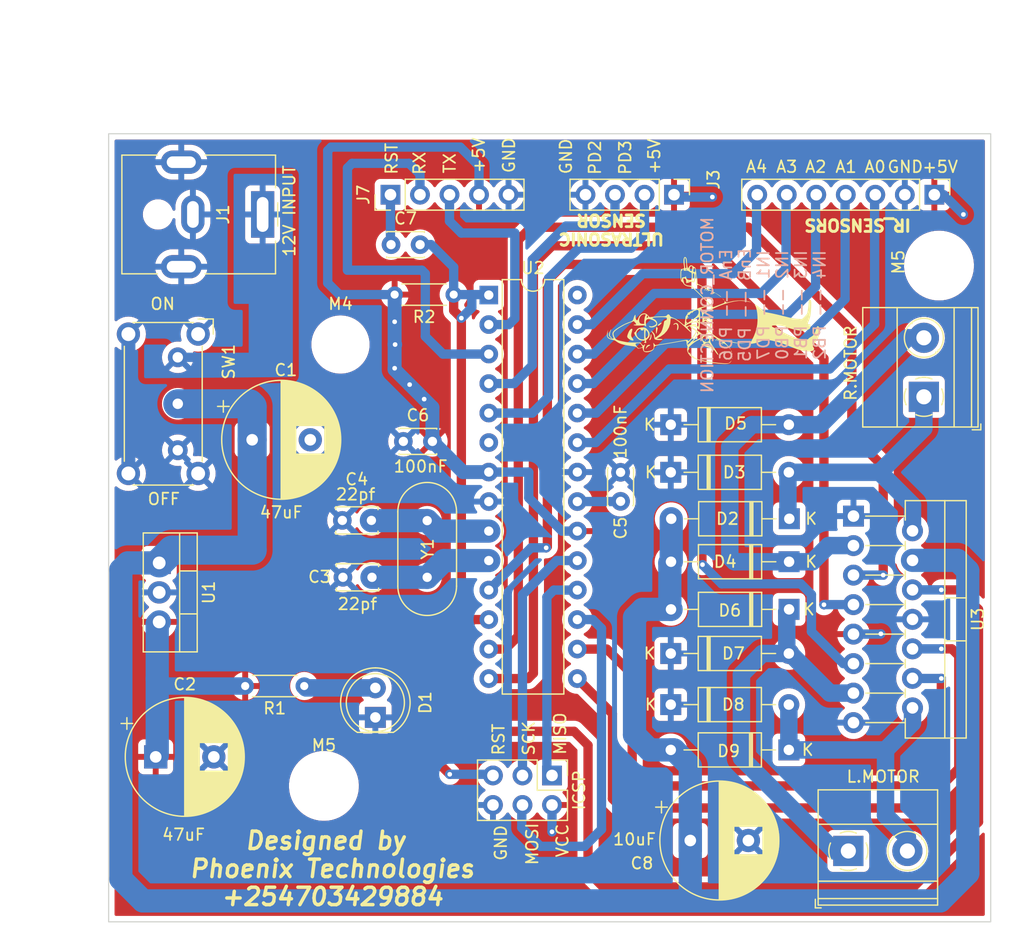
<source format=kicad_pcb>
(kicad_pcb (version 20221018) (generator pcbnew)
  (layers (0 "F.Cu" signal) (31 "B.Cu" signal) (34 "B.Paste" user) (35 "F.Paste" user) (36 "B.SilkS" user "B.Silkscreen") (37 "F.SilkS" user "F.Silkscreen") (38 "B.Mask" user) (39 "F.Mask" user) (44 "Edge.Cuts" user))
  (net 0 "")
  (net 1 "GND")
  (net 2 "+5V")
  (net 3 "PB7")
  (net 4 "PB6")
  (net 5 "Net-(C5-Pad2)")
  (net 6 "Net-(C7-Pad1)")
  (net 7 "RESET")
  (net 8 "Net-(D1-Pad2)")
  (net 9 "A0")
  (net 10 "A1")
  (net 11 "A2")
  (net 12 "A3")
  (net 13 "A4")
  (net 14 "TRIG")
  (net 15 "ECHO")
  (net 16 "MISO")
  (net 17 "SCK")
  (net 18 "MOSI")
  (net 19 "RX")
  (net 20 "TX")
  (net 23 "+12V")
  (net 24 "Net-(D2-Pad1)")
  (net 25 "Net-(D4-Pad1)")
  (net 26 "Net-(D6-Pad1)")
  (net 27 "Net-(D8-Pad2)")
  (net 28 "EnB")
  (net 29 "EnA")
  (net 30 "IN1")
  (net 31 "IN2")
  (net 32 "IN3")
  (net 33 "IN4")
  (net 35 "12V")
  (footprint "Package_TO_SOT_THT:TO-220-15_P2.54x2.54mm_StaggerOdd_Lead4.58mm_Vertical" (layer "F.Cu") (at 173.14 94.57 -90)
    (fp_text reference "U3" (at 8.89 -10.7 90) (layer "F.SilkS"))
    (fp_text value "L298N")
    (pad "1" thru_hole rect (at 0 0 270) (size 1.8 1.8) (drill 1) (layers "*.Cu" "*.Mask") (net 1 "GND"))
    (pad "2" thru_hole oval (at 1.27 -5.08 270) (size 1.8 1.8) (drill 1) (layers "*.Cu" "*.Mask") (net 24 "Net-(D2-Pad1)"))
    (pad "3" thru_hole oval (at 2.54 0 270) (size 1.8 1.8) (drill 1) (layers "*.Cu" "*.Mask") (net 25 "Net-(D4-Pad1)"))
    (pad "4" thru_hole oval (at 3.81 -5.08 270) (size 1.8 1.8) (drill 1) (layers "*.Cu" "*.Mask") (net 23 "+12V"))
    (pad "5" thru_hole oval (at 5.08 0 270) (size 1.8 1.8) (drill 1) (layers "*.Cu" "*.Mask") (net 30 "IN1"))
    (pad "6" thru_hole oval (at 6.35 -5.08 270) (size 1.8 1.8) (drill 1) (layers "*.Cu" "*.Mask") (net 29 "EnA"))
    (pad "7" thru_hole oval (at 7.62 0 270) (size 1.8 1.8) (drill 1) (layers "*.Cu" "*.Mask") (net 31 "IN2"))
    (pad "8" thru_hole oval (at 8.89 -5.08 270) (size 1.8 1.8) (drill 1) (layers "*.Cu" "*.Mask") (net 1 "GND"))
    (pad "9" thru_hole oval (at 10.16 0 270) (size 1.8 1.8) (drill 1) (layers "*.Cu" "*.Mask") (net 2 "+5V"))
    (pad "10" thru_hole oval (at 11.43 -5.08 270) (size 1.8 1.8) (drill 1) (layers "*.Cu" "*.Mask") (net 32 "IN3"))
    (pad "11" thru_hole oval (at 12.7 0 270) (size 1.8 1.8) (drill 1) (layers "*.Cu" "*.Mask") (net 28 "EnB"))
    (pad "12" thru_hole oval (at 13.97 -5.08 270) (size 1.8 1.8) (drill 1) (layers "*.Cu" "*.Mask") (net 33 "IN4"))
    (pad "13" thru_hole oval (at 15.24 0 270) (size 1.8 1.8) (drill 1) (layers "*.Cu" "*.Mask") (net 26 "Net-(D6-Pad1)"))
    (pad "14" thru_hole oval (at 16.51 -5.08 270) (size 1.8 1.8) (drill 1) (layers "*.Cu" "*.Mask") (net 27 "Net-(D8-Pad2)"))
    (pad "15" thru_hole oval (at 17.78 0 270) (size 1.8 1.8) (drill 1) (layers "*.Cu" "*.Mask") (net 1 "GND"))
  )
  (footprint "MountingHole:MountingHole_2.5mm" (layer "F.Cu") (at 129 79.8)
    (fp_text reference "M4" (at 0 -3.5) (layer "F.SilkS"))
    (fp_text value "MountingHole_4mm")
    (pad "" np_thru_hole circle (at 0 0) (size 4 4) (drill 4) (layers "F&B.Cu" "*.Mask"))
  )
  (footprint "TerminalBlock_Phoenix:TerminalBlock_Phoenix_MKDS-1,5-2-5.08_1x02_P5.08mm_Horizontal" (layer "F.Cu") (at 179.2 84.3 90)
    (fp_text reference "R.MOTOR" (at 2.9 -6.3 90) (layer "F.SilkS"))
    (fp_text value "R.MOTOR")
    (pad "1" thru_hole rect (at 0 0 90) (size 2.6 2.6) (drill 1.3) (layers "*.Cu" "*.Mask") (net 24 "Net-(D2-Pad1)"))
    (pad "2" thru_hole circle (at 5.08 0 90) (size 2.6 2.6) (drill 1.3) (layers "*.Cu" "*.Mask") (net 25 "Net-(D4-Pad1)"))
  )
  (footprint "Capacitor_THT:CP_Radial_D10.0mm_P5.00mm" (layer "F.Cu") (at 121.4 88)
    (fp_text reference "C1" (at 2.9 -6) (layer "F.SilkS"))
    (fp_text value "47uF" (at 2.5 6.25) (layer "F.SilkS"))
    (pad "1" thru_hole rect (at 0 0) (size 2 2) (drill 1) (layers "*.Cu" "*.Mask") (net 23 "+12V"))
    (pad "2" thru_hole circle (at 5 0) (size 2 2) (drill 1) (layers "*.Cu" "*.Mask"))
  )
  (footprint "Diode_THT:D_A-405_P10.16mm_Horizontal" (layer "F.Cu") (at 167.6 98.5 180)
    (fp_text reference "D4" (at 5.5 0) (layer "F.SilkS"))
    (fp_text value "DIODE")
    (fp_text user "K" (at -1.9 0) (layer "F.SilkS"))
    (pad "1" thru_hole rect (at 0 0 180) (size 1.8 1.8) (drill 0.9) (layers "*.Cu" "*.Mask") (net 25 "Net-(D4-Pad1)"))
    (pad "2" thru_hole oval (at 10.16 0 180) (size 1.8 1.8) (drill 0.9) (layers "*.Cu" "*.Mask") (net 23 "+12V"))
  )
  (footprint "TerminalBlock_Phoenix:TerminalBlock_Phoenix_MKDS-1,5-2-5.08_1x02_P5.08mm_Horizontal" (layer "F.Cu") (at 172.7 123.4)
    (fp_text reference "L.MOTOR" (at 3 -6.4) (layer "F.SilkS"))
    (fp_text value "L.MOTOR")
    (pad "1" thru_hole rect (at 0 0) (size 2.6 2.6) (drill 1.3) (layers "*.Cu" "*.Mask") (net 26 "Net-(D6-Pad1)"))
    (pad "2" thru_hole circle (at 5.08 0) (size 2.6 2.6) (drill 1.3) (layers "*.Cu" "*.Mask") (net 27 "Net-(D8-Pad2)"))
  )
  (footprint "Capacitor_THT:C_Disc_D3.0mm_W2.0mm_P2.50mm" (layer "F.Cu") (at 134.41 88.14)
    (fp_text reference "C6" (at 1.25 -2.25) (layer "F.SilkS"))
    (fp_text value "100nF" (at 1.49 2.16) (layer "F.SilkS"))
    (pad "1" thru_hole circle (at 0 0) (size 1.6 1.6) (drill 0.8) (layers "*.Cu" "*.Mask") (net 1 "GND"))
    (pad "2" thru_hole circle (at 2.5 0) (size 1.6 1.6) (drill 0.8) (layers "*.Cu" "*.Mask") (net 2 "+5V"))
  )
  (footprint "LED_THT:LED_D5.0mm" (layer "F.Cu") (at 132 111.9 90)
    (fp_text reference "D1" (at 1.275 4.3 90) (layer "F.SilkS"))
    (fp_text value "LED")
    (pad "1" thru_hole rect (at 0 0 90) (size 1.8 1.8) (drill 0.9) (layers "*.Cu" "*.Mask") (net 1 "GND"))
    (pad "2" thru_hole circle (at 2.54 0 90) (size 1.8 1.8) (drill 0.9) (layers "*.Cu" "*.Mask") (net 8 "Net-(D1-Pad2)"))
  )
  (footprint "Diode_THT:D_A-405_P10.16mm_Horizontal" (layer "F.Cu") (at 157.42 110.8)
    (fp_text reference "D8" (at 5.38 0) (layer "F.SilkS"))
    (fp_text value "DIODE")
    (fp_text user "K" (at -1.72 0) (layer "F.SilkS"))
    (pad "1" thru_hole rect (at 0 0) (size 1.8 1.8) (drill 0.9) (layers "*.Cu" "*.Mask") (net 1 "GND"))
    (pad "2" thru_hole oval (at 10.16 0) (size 1.8 1.8) (drill 0.9) (layers "*.Cu" "*.Mask") (net 27 "Net-(D8-Pad2)"))
  )
  (footprint "Capacitor_THT:C_Disc_D3.0mm_W2.0mm_P2.50mm" (layer "F.Cu") (at 133.35 71.2)
    (fp_text reference "C7" (at 1.25 -2.25) (layer "F.SilkS"))
    (fp_text value "100nF")
    (pad "1" thru_hole circle (at 0 0) (size 1.6 1.6) (drill 0.8) (layers "*.Cu" "*.Mask") (net 6 "Net-(C7-Pad1)"))
    (pad "2" thru_hole circle (at 2.5 0) (size 1.6 1.6) (drill 0.8) (layers "*.Cu" "*.Mask") (net 7 "RESET"))
  )
  (footprint "Logo:cheech" (layer "F.Cu") (at 161.11 78.17 90)
    (fp_text reference "G" hide)
    (fp_text value "LOGO" hide)
  )
  (footprint "Connector_BarrelJack:BarrelJack_CUI_PJ-063AH_Horizontal" (layer "F.Cu") (at 122.3 68.6 -90)
    (fp_text reference "J1" (at 0 3.4 90) (layer "F.SilkS"))
    (fp_text value "Barrel_Jack_MountingPin")
    (pad "" np_thru_hole circle (at 0 9 270) (size 1.6 1.6) (drill 1.6) (layers "*.Cu" "*.Mask"))
    (pad "1" thru_hole rect (at 0 0 270) (size 4 2) (drill oval 3 1) (layers "*.Cu" "*.Mask") (net 35 "12V"))
    (pad "2" thru_hole oval (at 0 6 270) (size 3.3 2) (drill oval 2.3 1) (layers "*.Cu" "*.Mask") (net 1 "GND"))
    (pad "MP" thru_hole oval (at -4.5 7 270) (size 2 3.5) (drill oval 1 2.5) (layers "*.Cu" "*.Mask") (net 1 "GND"))
    (pad "MP" thru_hole oval (at 4.5 7 270) (size 2 3.5) (drill oval 1 2.5) (layers "*.Cu" "*.Mask") (net 1 "GND"))
  )
  (footprint "Connector_PinHeader_2.54mm:PinHeader_1x05_P2.54mm_Vertical" (layer "F.Cu") (at 133.3 66.9 90)
    (fp_text reference "J7" (at 0 -2.33 90) (layer "F.SilkS"))
    (fp_text value "Conn_01x05_Male")
    (pad "1" thru_hole rect (at 0 0 90) (size 1.7 1.7) (drill 1) (layers "*.Cu" "*.Mask") (net 6 "Net-(C7-Pad1)"))
    (pad "2" thru_hole oval (at 0 2.54 90) (size 1.7 1.7) (drill 1) (layers "*.Cu" "*.Mask") (net 19 "RX"))
    (pad "3" thru_hole oval (at 0 5.08 90) (size 1.7 1.7) (drill 1) (layers "*.Cu" "*.Mask") (net 20 "TX"))
    (pad "4" thru_hole oval (at 0 7.62 90) (size 1.7 1.7) (drill 1) (layers "*.Cu" "*.Mask") (net 2 "+5V"))
    (pad "5" thru_hole oval (at 0 10.16 90) (size 1.7 1.7) (drill 1) (layers "*.Cu" "*.Mask") (net 1 "GND"))
  )
  (footprint "MountingHole:MountingHole_2.5mm" (layer "F.Cu") (at 180.5 73)
    (fp_text reference "M5" (at -3.5 -0.3 90) (layer "F.SilkS"))
    (fp_text value "MountingHole_5mm")
    (pad "" np_thru_hole circle (at 0 0) (size 5 5) (drill 5) (layers "F&B.Cu" "*.Mask"))
  )
  (footprint "Capacitor_THT:C_Disc_D3.0mm_W2.0mm_P2.50mm" (layer "F.Cu") (at 153.1 90.8 -90)
    (fp_text reference "C5" (at 4.8 0 90) (layer "F.SilkS"))
    (fp_text value "100nF" (at -3.5 0 90) (layer "F.SilkS"))
    (pad "1" thru_hole circle (at 0 0 270) (size 1.6 1.6) (drill 0.8) (layers "*.Cu" "*.Mask") (net 1 "GND"))
    (pad "2" thru_hole circle (at 2.5 0 270) (size 1.6 1.6) (drill 0.8) (layers "*.Cu" "*.Mask") (net 5 "Net-(C5-Pad2)"))
  )
  (footprint "Diode_THT:D_A-405_P10.16mm_Horizontal" (layer "F.Cu") (at 167.62 94.8 180)
    (fp_text reference "D2" (at 5.32 0) (layer "F.SilkS"))
    (fp_text value "DIODE")
    (fp_text user "K" (at -1.88 0) (layer "F.SilkS"))
    (pad "1" thru_hole rect (at 0 0 180) (size 1.8 1.8) (drill 0.9) (layers "*.Cu" "*.Mask") (net 24 "Net-(D2-Pad1)"))
    (pad "2" thru_hole oval (at 10.16 0 180) (size 1.8 1.8) (drill 0.9) (layers "*.Cu" "*.Mask") (net 23 "+12V"))
  )
  (footprint "Package_DIP:DIP-28_W7.62mm" (layer "F.Cu") (at 141.76 75.54)
    (fp_text reference "U2" (at 3.81 -2.33) (layer "F.SilkS"))
    (fp_text value "ATmega328P-P")
    (pad "1" thru_hole rect (at 0 0) (size 1.6 1.6) (drill 0.8) (layers "*.Cu" "*.Mask") (net 7 "RESET"))
    (pad "2" thru_hole oval (at 0 2.54) (size 1.6 1.6) (drill 0.8) (layers "*.Cu" "*.Mask") (net 20 "TX"))
    (pad "3" thru_hole oval (at 0 5.08) (size 1.6 1.6) (drill 0.8) (layers "*.Cu" "*.Mask") (net 19 "RX"))
    (pad "4" thru_hole oval (at 0 7.62) (size 1.6 1.6) (drill 0.8) (layers "*.Cu" "*.Mask") (net 15 "ECHO"))
    (pad "5" thru_hole oval (at 0 10.16) (size 1.6 1.6) (drill 0.8) (layers "*.Cu" "*.Mask") (net 14 "TRIG"))
    (pad "6" thru_hole oval (at 0 12.7) (size 1.6 1.6) (drill 0.8) (layers "*.Cu" "*.Mask"))
    (pad "7" thru_hole oval (at 0 15.24) (size 1.6 1.6) (drill 0.8) (layers "*.Cu" "*.Mask") (net 2 "+5V"))
    (pad "8" thru_hole oval (at 0 17.78) (size 1.6 1.6) (drill 0.8) (layers "*.Cu" "*.Mask") (net 1 "GND"))
    (pad "9" thru_hole oval (at 0 20.32) (size 1.6 1.6) (drill 0.8) (layers "*.Cu" "*.Mask") (net 4 "PB6"))
    (pad "10" thru_hole oval (at 0 22.86) (size 1.6 1.6) (drill 0.8) (layers "*.Cu" "*.Mask") (net 3 "PB7"))
    (pad "11" thru_hole oval (at 0 25.4) (size 1.6 1.6) (drill 0.8) (layers "*.Cu" "*.Mask") (net 28 "EnB"))
    (pad "12" thru_hole oval (at 0 27.94) (size 1.6 1.6) (drill 0.8) (layers "*.Cu" "*.Mask") (net 29 "EnA"))
    (pad "13" thru_hole oval (at 0 30.48) (size 1.6 1.6) (drill 0.8) (layers "*.Cu" "*.Mask") (net 30 "IN1"))
    (pad "14" thru_hole oval (at 0 33.02) (size 1.6 1.6) (drill 0.8) (layers "*.Cu" "*.Mask") (net 31 "IN2"))
    (pad "15" thru_hole oval (at 7.62 33.02) (size 1.6 1.6) (drill 0.8) (layers "*.Cu" "*.Mask") (net 32 "IN3"))
    (pad "16" thru_hole oval (at 7.62 30.48) (size 1.6 1.6) (drill 0.8) (layers "*.Cu" "*.Mask") (net 33 "IN4"))
    (pad "17" thru_hole oval (at 7.62 27.94) (size 1.6 1.6) (drill 0.8) (layers "*.Cu" "*.Mask") (net 18 "MOSI"))
    (pad "18" thru_hole oval (at 7.62 25.4) (size 1.6 1.6) (drill 0.8) (layers "*.Cu" "*.Mask") (net 16 "MISO"))
    (pad "19" thru_hole oval (at 7.62 22.86) (size 1.6 1.6) (drill 0.8) (layers "*.Cu" "*.Mask") (net 17 "SCK"))
    (pad "20" thru_hole oval (at 7.62 20.32) (size 1.6 1.6) (drill 0.8) (layers "*.Cu" "*.Mask") (net 2 "+5V"))
    (pad "21" thru_hole oval (at 7.62 17.78) (size 1.6 1.6) (drill 0.8) (layers "*.Cu" "*.Mask") (net 5 "Net-(C5-Pad2)"))
    (pad "22" thru_hole oval (at 7.62 15.24) (size 1.6 1.6) (drill 0.8) (layers "*.Cu" "*.Mask") (net 1 "GND"))
    (pad "23" thru_hole oval (at 7.62 12.7) (size 1.6 1.6) (drill 0.8) (layers "*.Cu" "*.Mask") (net 9 "A0"))
    (pad "24" thru_hole oval (at 7.62 10.16) (size 1.6 1.6) (drill 0.8) (layers "*.Cu" "*.Mask") (net 10 "A1"))
    (pad "25" thru_hole oval (at 7.62 7.62) (size 1.6 1.6) (drill 0.8) (layers "*.Cu" "*.Mask") (net 11 "A2"))
    (pad "26" thru_hole oval (at 7.62 5.08) (size 1.6 1.6) (drill 0.8) (layers "*.Cu" "*.Mask") (net 12 "A3"))
    (pad "27" thru_hole oval (at 7.62 2.54) (size 1.6 1.6) (drill 0.8) (layers "*.Cu" "*.Mask") (net 13 "A4"))
    (pad "28" thru_hole oval (at 7.62 0) (size 1.6 1.6) (drill 0.8) (layers "*.Cu" "*.Mask"))
  )
  (footprint "Diode_THT:D_A-405_P10.16mm_Horizontal" (layer "F.Cu") (at 167.58 114.7 180)
    (fp_text reference "D9" (at 5.18 -0.1) (layer "F.SilkS"))
    (fp_text value "DIODE")
    (fp_text user "K" (at -1.62 0) (layer "F.SilkS"))
    (pad "1" thru_hole rect (at 0 0 180) (size 1.8 1.8) (drill 0.9) (layers "*.Cu" "*.Mask") (net 27 "Net-(D8-Pad2)"))
    (pad "2" thru_hole oval (at 10.16 0 180) (size 1.8 1.8) (drill 0.9) (layers "*.Cu" "*.Mask") (net 23 "+12V"))
  )
  (footprint "Diode_THT:D_A-405_P10.16mm_Horizontal" (layer "F.Cu") (at 167.6 102.6 180)
    (fp_text reference "D6" (at 5.1 -0.1) (layer "F.SilkS"))
    (fp_text value "DIODE")
    (fp_text user "K" (at -1.7 0) (layer "F.SilkS"))
    (pad "1" thru_hole rect (at 0 0 180) (size 1.8 1.8) (drill 0.9) (layers "*.Cu" "*.Mask") (net 26 "Net-(D6-Pad1)"))
    (pad "2" thru_hole oval (at 10.16 0 180) (size 1.8 1.8) (drill 0.9) (layers "*.Cu" "*.Mask") (net 23 "+12V"))
  )
  (footprint "Diode_THT:D_A-405_P10.16mm_Horizontal" (layer "F.Cu") (at 157.42 90.8)
    (fp_text reference "D3" (at 5.46 0) (layer "F.SilkS"))
    (fp_text value "DIODE")
    (fp_text user "K" (at -1.72 0) (layer "F.SilkS"))
    (pad "1" thru_hole rect (at 0 0) (size 1.8 1.8) (drill 0.9) (layers "*.Cu" "*.Mask") (net 1 "GND"))
    (pad "2" thru_hole oval (at 10.16 0) (size 1.8 1.8) (drill 0.9) (layers "*.Cu" "*.Mask") (net 24 "Net-(D2-Pad1)"))
  )
  (footprint "Crystal:Crystal_HC49-4H_Vertical" (layer "F.Cu") (at 136.46 99.84 90)
    (fp_text reference "Y1" (at 2.44 0.04 90) (layer "F.SilkS"))
    (fp_text value "16MHZ")
    (pad "1" thru_hole circle (at 0 0 90) (size 1.5 1.5) (drill 0.8) (layers "*.Cu" "*.Mask") (net 3 "PB7"))
    (pad "2" thru_hole circle (at 4.88 0 90) (size 1.5 1.5) (drill 0.8) (layers "*.Cu" "*.Mask") (net 4 "PB6"))
  )
  (footprint "Capacitor_THT:CP_Radial_D10.0mm_P5.00mm" (layer "F.Cu") (at 113.1 115.3)
    (fp_text reference "C2" (at 2.5 -6.25) (layer "F.SilkS"))
    (fp_text value "47uF" (at 2.4 6.7) (layer "F.SilkS"))
    (pad "1" thru_hole rect (at 0 0) (size 2 2) (drill 1) (layers "*.Cu" "*.Mask") (net 2 "+5V"))
    (pad "2" thru_hole circle (at 5 0) (size 2 2) (drill 1) (layers "*.Cu" "*.Mask") (net 1 "GND"))
  )
  (footprint "Connector_PinHeader_2.54mm:PinHeader_1x07_P2.54mm_Vertical" (layer "F.Cu") (at 180.1 66.9 -90)
    (fp_text reference "Conn_01x07_Male")
    (fp_text value "Conn_01x07_Male")
    (pad "1" thru_hole rect (at 0 0 270) (size 1.7 1.7) (drill 1) (layers "*.Cu" "*.Mask") (net 2 "+5V"))
    (pad "2" thru_hole oval (at 0 2.54 270) (size 1.7 1.7) (drill 1) (layers "*.Cu" "*.Mask") (net 1 "GND"))
    (pad "3" thru_hole oval (at 0 5.08 270) (size 1.7 1.7) (drill 1) (layers "*.Cu" "*.Mask") (net 9 "A0"))
    (pad "4" thru_hole oval (at 0 7.62 270) (size 1.7 1.7) (drill 1) (layers "*.Cu" "*.Mask") (net 10 "A1"))
    (pad "5" thru_hole oval (at 0 10.16 270) (size 1.7 1.7) (drill 1) (layers "*.Cu" "*.Mask") (net 11 "A2"))
    (pad "6" thru_hole oval (at 0 12.7 270) (size 1.7 1.7) (drill 1) (layers "*.Cu" "*.Mask") (net 12 "A3"))
    (pad "7" thru_hole oval (at 0 15.24 270) (size 1.7 1.7) (drill 1) (layers "*.Cu" "*.Mask") (net 13 "A4"))
  )
  (footprint "Diode_THT:D_A-405_P10.16mm_Horizontal" (layer "F.Cu") (at 157.42 106.4)
    (fp_text reference "D7" (at 5.39 0) (layer "F.SilkS"))
    (fp_text value "DIODE")
    (fp_text user "K" (at -1.82 0) (layer "F.SilkS"))
    (pad "1" thru_hole rect (at 0 0) (size 1.8 1.8) (drill 0.9) (layers "*.Cu" "*.Mask") (net 1 "GND"))
    (pad "2" thru_hole oval (at 10.16 0) (size 1.8 1.8) (drill 0.9) (layers "*.Cu" "*.Mask") (net 26 "Net-(D6-Pad1)"))
  )
  (footprint "Diode_THT:D_A-405_P10.16mm_Horizontal" (layer "F.Cu") (at 157.42 86.7)
    (fp_text reference "D5" (at 5.58 -0.1) (layer "F.SilkS"))
    (fp_text value "DIODE")
    (fp_text user "K" (at -1.82 0) (layer "F.SilkS"))
    (pad "1" thru_hole rect (at 0 0) (size 1.8 1.8) (drill 0.9) (layers "*.Cu" "*.Mask") (net 1 "GND"))
    (pad "2" thru_hole oval (at 10.16 0) (size 1.8 1.8) (drill 0.9) (layers "*.Cu" "*.Mask") (net 25 "Net-(D4-Pad1)"))
  )
  (footprint "Package_TO_SOT_THT:TO-220-3_Vertical" (layer "F.Cu") (at 113.4 98.6 -90)
    (fp_text reference "U1" (at 2.54 -4.27 90) (layer "F.SilkS"))
    (fp_text value "LM78M05_TO220")
    (pad "1" thru_hole rect (at 0 0 270) (size 1.905 2) (drill 1.1) (layers "*.Cu" "*.Mask") (net 23 "+12V"))
    (pad "2" thru_hole oval (at 2.54 0 270) (size 1.905 2) (drill 1.1) (layers "*.Cu" "*.Mask") (net 1 "GND"))
    (pad "3" thru_hole oval (at 5.08 0 270) (size 1.905 2) (drill 1.1) (layers "*.Cu" "*.Mask") (net 2 "+5V"))
  )
  (footprint "MountingHole:MountingHole_2.5mm" (layer "F.Cu") (at 127.575 117.8)
    (fp_text reference "M5" (at 0 -3.5) (layer "F.SilkS"))
    (fp_text value "MountingHole_5mm")
    (pad "" np_thru_hole circle (at 0 0) (size 5 5) (drill 5) (layers "F&B.Cu" "*.Mask"))
  )
  (footprint "Capacitor_THT:CP_Radial_D10.0mm_P5.00mm" (layer "F.Cu") (at 159.1 122.5)
    (fp_text reference "C8" (at -4.16 1.96) (layer "F.SilkS"))
    (fp_text value "10uF" (at -4.8 -0.1) (layer "F.SilkS"))
    (pad "1" thru_hole rect (at 0 0) (size 2 2) (drill 1) (layers "*.Cu" "*.Mask") (net 23 "+12V"))
    (pad "2" thru_hole circle (at 5 0) (size 2 2) (drill 1) (layers "*.Cu" "*.Mask") (net 1 "GND"))
  )
  (footprint "Capacitor_THT:C_Disc_D3.4mm_W2.1mm_P2.50mm" (layer "F.Cu") (at 129.21 99.84)
    (fp_text reference "C3" (at -2.01 -0.04) (layer "F.SilkS"))
    (fp_text value "22pf" (at 1.25 2.3) (layer "F.SilkS"))
    (pad "1" thru_hole circle (at 0 0) (size 1.6 1.6) (drill 0.8) (layers "*.Cu" "*.Mask") (net 1 "GND"))
    (pad "2" thru_hole circle (at 2.5 0) (size 1.6 1.6) (drill 0.8) (layers "*.Cu" "*.Mask") (net 3 "PB7"))
  )
  (footprint "Button_Switch_THT:SW_E-Switch_EG1224_SPDT_Angled" (layer "F.Cu") (at 115 80.9 -90)
    (fp_text reference "SW1" (at 0.38 -4.38 90) (layer "F.SilkS"))
    (fp_text value "SW_DIP_x01")
    (pad "" thru_hole circle (at -2 -1.75 270) (size 2 2) (drill 1.2) (layers "*.Cu" "*.Mask") (net 1 "GND"))
    (pad "" thru_hole circle (at -2 4.25 270) (size 2 2) (drill 1.2) (layers "*.Cu" "*.Mask") (net 1 "GND"))
    (pad "" thru_hole circle (at 10 -1.75 270) (size 2 2) (drill 1.2) (layers "*.Cu" "*.Mask") (net 1 "GND"))
    (pad "" thru_hole circle (at 10 4.25 270) (size 2 2) (drill 1.2) (layers "*.Cu" "*.Mask") (net 1 "GND"))
    (pad "1" thru_hole circle (at 0 0 270) (size 1.7 1.7) (drill 0.9) (layers "*.Cu" "*.Mask") (net 35 "12V"))
    (pad "2" thru_hole circle (at 4 0 270) (size 1.7 1.7) (drill 0.9) (layers "*.Cu" "*.Mask") (net 23 "+12V"))
    (pad "3" thru_hole circle (at 8 0 270) (size 1.7 1.7) (drill 0.9) (layers "*.Cu" "*.Mask") (net 1 "GND"))
  )
  (footprint "Capacitor_THT:C_Disc_D3.4mm_W2.1mm_P2.50mm" (layer "F.Cu") (at 129.16 94.94)
    (fp_text reference "C4" (at 1.24 -3.54) (layer "F.SilkS"))
    (fp_text value "22pf" (at 1.14 -2.24) (layer "F.SilkS"))
    (pad "1" thru_hole circle (at 0 0) (size 1.6 1.6) (drill 0.8) (layers "*.Cu" "*.Mask") (net 1 "GND"))
    (pad "2" thru_hole circle (at 2.5 0) (size 1.6 1.6) (drill 0.8) (layers "*.Cu" "*.Mask") (net 4 "PB6"))
  )
  (footprint "Resistor_THT:R_Axial_DIN0204_L3.6mm_D1.6mm_P5.08mm_Horizontal" (layer "F.Cu") (at 138.74 75.5 180)
    (fp_text reference "R2" (at 2.54 -1.92) (layer "F.SilkS"))
    (fp_text value "10K")
    (pad "1" thru_hole circle (at 0 0 180) (size 1.4 1.4) (drill 0.7) (layers "*.Cu" "*.Mask") (net 7 "RESET"))
    (pad "2" thru_hole oval (at 5.08 0 180) (size 1.4 1.4) (drill 0.7) (layers "*.Cu" "*.Mask") (net 2 "+5V"))
  )
  (footprint "Resistor_THT:R_Axial_DIN0204_L3.6mm_D1.6mm_P5.08mm_Horizontal" (layer "F.Cu") (at 125.88 109.2 180)
    (fp_text reference "R1" (at 2.54 -1.92) (layer "F.SilkS"))
    (fp_text value "10K")
    (pad "1" thru_hole circle (at 0 0 180) (size 1.4 1.4) (drill 0.7) (layers "*.Cu" "*.Mask") (net 8 "Net-(D1-Pad2)"))
    (pad "2" thru_hole oval (at 5.08 0 180) (size 1.4 1.4) (drill 0.7) (layers "*.Cu" "*.Mask") (net 2 "+5V"))
  )
  (footprint "Connector_PinHeader_2.54mm:PinHeader_1x04_P2.54mm_Vertical" (layer "F.Cu") (at 157.7 66.9 -90)
    (fp_text reference "J3" (at -1.3 -3.4 90) (layer "F.SilkS"))
    (fp_text value "Conn_01x04_Male")
    (pad "1" thru_hole rect (at 0 0 270) (size 1.7 1.7) (drill 1) (layers "*.Cu" "*.Mask") (net 2 "+5V"))
    (pad "2" thru_hole oval (at 0 2.54 270) (size 1.7 1.7) (drill 1) (layers "*.Cu" "*.Mask") (net 14 "TRIG"))
    (pad "3" thru_hole oval (at 0 5.08 270) (size 1.7 1.7) (drill 1) (layers "*.Cu" "*.Mask") (net 15 "ECHO"))
    (pad "4" thru_hole oval (at 0 7.62 270) (size 1.7 1.7) (drill 1) (layers "*.Cu" "*.Mask") (net 1 "GND"))
  )
  (footprint "Connector_PinHeader_2.54mm:PinHeader_2x03_P2.54mm_Vertical" (layer "F.Cu") (at 147.2 116.9 -90)
    (fp_text reference "ICSP" (at 1.27 -2.33 90) (layer "F.SilkS"))
    (fp_text value "Conn_02x03_Odd_Even")
    (pad "1" thru_hole rect (at 0 0 270) (size 1.7 1.7) (drill 1) (layers "*.Cu" "*.Mask") (net 16 "MISO"))
    (pad "2" thru_hole oval (at 2.54 0 270) (size 1.7 1.7) (drill 1) (layers "*.Cu" "*.Mask") (net 2 "+5V"))
    (pad "3" thru_hole oval (at 0 2.54 270) (size 1.7 1.7) (drill 1) (layers "*.Cu" "*.Mask") (net 17 "SCK"))
    (pad "4" thru_hole oval (at 2.54 2.54 270) (size 1.7 1.7) (drill 1) (layers "*.Cu" "*.Mask") (net 18 "MOSI"))
    (pad "5" thru_hole oval (at 0 5.08 270) (size 1.7 1.7) (drill 1) (layers "*.Cu" "*.Mask") (net 7 "RESET"))
    (pad "6" thru_hole oval (at 2.54 5.08 270) (size 1.7 1.7) (drill 1) (layers "*.Cu" "*.Mask") (net 1 "GND"))
  )
  (gr_rect (start 109.05 61.65) (end 184.95 129.5) (stroke (width 0.1)) (fill none) (layer "Edge.Cuts"))
  (gr_text "MOTOR_CONNECTION\nEnA -- PD6\nEnB -- PD5\nIN1 -- PD7\nIN2 -- PB0\nIN3 -- PB1\nIN4 -- PB2" (at 165.4 76.4 90) (layer "B.SilkS") (effects (font (size 1 1)) (justify mirror)))
  (gr_text "+5V\n" (at 156 63.6 90) (layer "F.SilkS") (effects (font (size 1 1))))
  (gr_text "VCC\n" (at 148.1 122.5 90) (layer "F.SilkS") (effects (font (size 1 1))))
  (gr_text "IR_SENSORS\n\n" (at 173.5 68.7 180) (layer "F.SilkS") (effects (font (size 1 1) (thickness 0.25))))
  (gr_text "12V INPUT" (at 124.6 68.3 90) (layer "F.SilkS") (effects (font (size 1 1))))
  (gr_text "GND\n" (at 143.5 63.5 90) (layer "F.SilkS") (effects (font (size 1 1))))
  (gr_text "GND\n" (at 177.6 64.5) (layer "F.SilkS") (effects (font (size 1 1))))
  (gr_text "RST" (at 142.6 113.8 90) (layer "F.SilkS") (effects (font (size 1 1))))
  (gr_text "MOSI\n" (at 145.5 122.8 90) (layer "F.SilkS") (effects (font (size 1 1))))
  (gr_text "+5V\n" (at 140.9 63.5 90) (layer "F.SilkS") (effects (font (size 1 1))))
  (gr_text "RX\n" (at 135.8 64.2 90) (layer "F.SilkS") (effects (font (size 1 1))))
  (gr_text "+5V\n" (at 180.6 64.5) (layer "F.SilkS") (effects (font (size 1 1))))
  (gr_text "A1\n" (at 172.5 64.5) (layer "F.SilkS") (effects (font (size 1 1))))
  (gr_text "MISO" (at 147.9 113.3 90) (layer "F.SilkS") (effects (font (size 1 1))))
  (gr_text "GND\n" (at 148.4 63.6 90) (layer "F.SilkS") (effects (font (size 1 1))))
  (gr_text "SCK\n" (at 145.2 113.7 90) (layer "F.SilkS") (effects (font (size 1 1))))
  (gr_text "A2" (at 169.9 64.5) (layer "F.SilkS") (effects (font (size 1 1))))
  (gr_text "A4" (at 164.8 64.5) (layer "F.SilkS") (effects (font (size 1 1))))
  (gr_text "RST\n" (at 133.4 63.8 90) (layer "F.SilkS") (effects (font (size 1 1))))
  (gr_text "OFF\n" (at 113.8 93.1) (layer "F.SilkS") (effects (font (size 1 1))))
  (gr_text "A0\n" (at 175 64.5) (layer "F.SilkS") (effects (font (size 1 1))))
  (gr_text "TX\n" (at 138.4 64.2 90) (layer "F.SilkS") (effects (font (size 1 1))))
  (gr_text "PD2\n" (at 150.9 63.7 90) (layer "F.SilkS") (effects (font (size 1 1))))
  (gr_text "PD3\n" (at 153.5 63.7 90) (layer "F.SilkS") (effects (font (size 1 1))))
  (gr_text "ON" (at 113.7 76.3) (layer "F.SilkS") (effects (font (size 1 1))))
  (gr_text "A3\n\n" (at 167.4 65.3) (layer "F.SilkS") (effects (font (size 1 1))))
  (gr_text "Designed by \nPhoenix Technologies\n+254703429884" (at 128.3 124.925) (layer "F.SilkS") (effects (font (size 1.5 1.5) (thickness 0.3) italic)))
  (gr_text "GND\n" (at 142.8 122.7 90) (layer "F.SilkS") (effects (font (size 1 1))))
  (gr_text "ULTRASONIC\nSENSOR\n" (at 152.3 69.9 180) (layer "F.SilkS") (effects (font (size 1 1) (thickness 0.25))))
  (segment (start 110.75 78.9) (end 110.75 90.9) (width 1.2) (layer "B.Cu") (net 1))
  (segment (start 175.47 104.73) (end 175.5 104.7) (width 0.8) (layer "F.Cu") (net 2))
  (via (at 147.2 121.75) (size 0.8) (drill 0.4) (layers "F.Cu" "B.Cu") (net 2))
  (via (at 133.66 81.84) (size 0.8) (drill 0.4) (layers "F.Cu" "B.Cu") (net 2))
  (via (at 161 67.1) (size 0.8) (drill 0.4) (layers "F.Cu" "B.Cu") (net 2))
  (via (at 175.5 104.7) (size 0.8) (drill 0.4) (layers "F.Cu" "B.Cu") (net 2))
  (via (at 133.7 79.8) (size 0.8) (drill 0.4) (layers "F.Cu" "B.Cu") (net 2))
  (via (at 134.95 83.25) (size 0.8) (drill 0.4) (layers "F.Cu" "B.Cu") (net 2))
  (via (at 133.66 77.84) (size 0.8) (drill 0.4) (layers "F.Cu" "B.Cu") (net 2))
  (via (at 182.6 68.6) (size 0.8) (drill 0.4) (layers "F.Cu" "B.Cu") (net 2))
  (via (at 136.2 84.5) (size 0.8) (drill 0.4) (layers "F.Cu" "B.Cu") (net 2))
  (segment (start 113.232323 115.167677) (end 113.232323 108.567677) (width 2) (layer "B.Cu") (net 2))
  (segment (start 120.8 109.2) (end 113.864646 109.2) (width 1.5) (layer "B.Cu") (net 2))
  (segment (start 133.66 75.5) (end 128.9 75.5) (width 0.8) (layer "B.Cu") (net 2))
  (segment (start 147.2 119.44) (end 147.2 121.75) (width 0.8) (layer "B.Cu") (net 2))
  (segment (start 133.66 81.84) (end 133.66 81.96) (width 1.2) (layer "B.Cu") (net 2))
  (segment (start 149.38 95.86) (end 148.06 95.86) (width 0.8) (layer "B.Cu") (net 2))
  (segment (start 139.55 90.78) (end 141.76 90.78) (width 1.2) (layer "B.Cu") (net 2))
  (segment (start 161 67.1) (end 157.9 67.1) (width 0.8) (layer "B.Cu") (net 2))
  (segment (start 145.18 90.78) (end 141.76 90.78) (width 0.8) (layer "B.Cu") (net 2))
  (segment (start 127.9 74.5) (end 127.9 63.1) (width 0.8) (layer "B.Cu") (net 2))
  (segment (start 113.864646 109.2) (end 113.232323 108.567677) (width 1.5) (layer "B.Cu") (net 2))
  (segment (start 136.91 88.14) (end 136.91 85.21) (width 1.2) (layer "B.Cu") (net 2))
  (segment (start 133.7 79.8) (end 133.66 79.84) (width 1.2) (layer "B.Cu") (net 2))
  (segment (start 148.06 95.86) (end 145.2 93) (width 0.8) (layer "B.Cu") (net 2))
  (segment (start 145.2 93) (end 145.2 90.8) (width 0.8) (layer "B.Cu") (net 2))
  (segment (start 136.91 85.21) (end 136.2 84.5) (width 1.2) (layer "B.Cu") (net 2))
  (segment (start 113.232323 108.567677) (end 113.232323 103.847677) (width 2) (layer "B.Cu") (net 2))
  (segment (start 127.9 63.1) (end 128.2 62.8) (width 0.8) (layer "B.Cu") (net 2))
  (segment (start 140.92 64.42) (end 140.92 66.9) (width 0.8) (layer "B.Cu") (net 2))
  (segment (start 136.91 88.14) (end 139.55 90.78) (width 1.2) (layer "B.Cu") (net 2))
  (segment (start 133.66 79.76) (end 133.66 77.84) (width 1.2) (layer "B.Cu") (net 2))
  (segment (start 136.2 84.5) (end 134.95 83.25) (width 1.2) (layer "B.Cu") (net 2))
  (segment (start 180.9 66.9) (end 180.1 66.9) (width 0.8) (layer "B.Cu") (net 2))
  (segment (start 113.232323 103.847677) (end 113.4 103.68) (width 2) (layer "B.Cu") (net 2))
  (segment (start 145.2 90.8) (end 145.18 90.78) (width 0.8) (layer "B.Cu") (net 2))
  (segment (start 157.9 67.1) (end 157.7 66.9) (width 0.8) (layer "B.Cu") (net 2))
  (segment (start 173.14 104.73) (end 175.47 104.73) (width 0.8) (layer "B.Cu") (net 2))
  (segment (start 128.2 62.8) (end 139.3 62.8) (width 0.8) (layer "B.Cu") (net 2))
  (segment (start 133.7 79.8) (end 133.66 79.76) (width 1.2) (layer "B.Cu") (net 2))
  (segment (start 133.66 75.5) (end 133.66 77.84) (width 1.2) (layer "B.Cu") (net 2))
  (segment (start 182.6 68.6) (end 180.9 66.9) (width 0.8) (layer "B.Cu") (net 2))
  (segment (start 133.66 79.84) (end 133.66 81.84) (width 1.2) (layer "B.Cu") (net 2))
  (segment (start 134.95 83.25) (end 133.66 81.96) (width 1.2) (layer "B.Cu") (net 2))
  (segment (start 113.1 115.3) (end 113.232323 115.167677) (width 2) (layer "B.Cu") (net 2))
  (segment (start 128.9 75.5) (end 127.9 74.5) (width 0.8) (layer "B.Cu") (net 2))
  (segment (start 139.3 62.8) (end 140.92 64.42) (width 0.8) (layer "B.Cu") (net 2))
  (segment (start 136.46 99.84) (end 131.71 99.84) (width 2) (layer "B.Cu") (net 3))
  (segment (start 136.46 99.84) (end 137.9 98.4) (width 2) (layer "B.Cu") (net 3))
  (segment (start 137.9 98.4) (end 141.76 98.4) (width 2) (layer "B.Cu") (net 3))
  (segment (start 136.46 94.96) (end 137.36 95.86) (width 2) (layer "B.Cu") (net 4))
  (segment (start 131.68 94.96) (end 131.66 94.94) (width 2) (layer "B.Cu") (net 4))
  (segment (start 137.36 95.86) (end 141.76 95.86) (width 2) (layer "B.Cu") (net 4))
  (segment (start 136.46 94.96) (end 131.68 94.96) (width 2) (layer "B.Cu") (net 4))
  (segment (start 149.38 93.32) (end 153.08 93.32) (width 0.8) (layer "B.Cu") (net 5))
  (segment (start 153.08 93.32) (end 153.1 93.3) (width 0.8) (layer "B.Cu") (net 5))
  (segment (start 133.3 66.9) (end 133.3 71.15) (width 0.8) (layer "B.Cu") (net 6))
  (segment (start 133.3 71.15) (end 133.35 71.2) (width 0.8) (layer "B.Cu") (net 6))
  (segment (start 136.1 114.5) (end 138.4 116.8) (width 0.8) (layer "F.Cu") (net 7))
  (segment (start 138.74 76.865) (end 138.74 75.5) (width 0.8) (layer "F.Cu") (net 7))
  (segment (start 139.4 101.9) (end 136.1 105.2) (width 0.8) (layer "F.Cu") (net 7))
  (segment (start 139.4 77.525) (end 138.74 76.865) (width 0.8) (layer "F.Cu") (net 7))
  (segment (start 139.4 77.525) (end 139.4 101.9) (width 0.8) (layer "F.Cu") (net 7))
  (segment (start 136.1 105.2) (end 136.1 114.5) (width 0.8) (layer "F.Cu") (net 7))
  (segment (start 142.02 116.8) (end 142.12 116.9) (width 0.8) (layer "F.Cu") (net 7))
  (via (at 138.4 116.8) (size 0.8) (drill 0.4) (layers "F.Cu" "B.Cu") (net 7))
  (via (at 139.4 77.525) (size 0.8) (drill 0.4) (layers "F.Cu" "B.Cu") (net 7))
  (segment (start 141.72 75.5) (end 141.76 75.54) (width 0.8) (layer "B.Cu") (net 7))
  (segment (start 138.74 75.5) (end 140.3 75.5) (width 0.8) (layer "B.Cu") (net 7))
  (segment (start 136.8 71.2) (end 138.74 73.14) (width 0.8) (layer "B.Cu") (net 7))
  (segment (start 140.3 76.625) (end 140.3 75.5) (width 0.8) (layer "B.Cu") (net 7))
  (segment (start 138.4 116.8) (end 142.02 116.8) (width 0.8) (layer "B.Cu") (net 7))
  (segment (start 136.8 71.2) (end 135.85 71.2) (width 0.8) (layer "B.Cu") (net 7))
  (segment (start 140.3 75.5) (end 141.72 75.5) (width 0.8) (layer "B.Cu") (net 7))
  (segment (start 139.4 77.525) (end 140.3 76.625) (width 0.8) (layer "B.Cu") (net 7))
  (segment (start 138.74 73.14) (end 138.74 75.5) (width 0.8) (layer "B.Cu") (net 7))
  (segment (start 126.04 109.36) (end 132 109.36) (width 1.5) (layer "B.Cu") (net 8))
  (segment (start 125.88 109.2) (end 126.04 109.36) (width 1.5) (layer "B.Cu") (net 8))
  (segment (start 171.1 81.9) (end 174.96 78.04) (width 0.8) (layer "B.Cu") (net 9))
  (segment (start 174.96 78.04) (end 174.96 66.96) (width 0.8) (layer "B.Cu") (net 9))
  (segment (start 157.3 81.9) (end 171.1 81.9) (width 0.8) (layer "B.Cu") (net 9))
  (segment (start 174.96 66.96) (end 175.02 66.9) (width 0.8) (layer "B.Cu") (net 9))
  (segment (start 150.96 88.24) (end 157.3 81.9) (width 0.8) (layer "B.Cu") (net 9))
  (segment (start 149.38 88.24) (end 150.96 88.24) (width 0.8) (layer "B.Cu") (net 9))
  (segment (start 157 79.7) (end 168.6 79.7) (width 0.8) (layer "B.Cu") (net 10))
  (segment (start 172.42 75.88) (end 172.42 66.96) (width 0.8) (layer "B.Cu") (net 10))
  (segment (start 168.6 79.7) (end 172.42 75.88) (width 0.8) (layer "B.Cu") (net 10))
  (segment (start 172.42 66.96) (end 172.48 66.9) (width 0.8) (layer "B.Cu") (net 10))
  (segment (start 149.38 85.7) (end 151 85.7) (width 0.8) (layer "B.Cu") (net 10))
  (segment (start 151 85.7) (end 157 79.7) (width 0.8) (layer "B.Cu") (net 10))
  (segment (start 150.74 83.16) (end 156.7 77.2) (width 0.8) (layer "B.Cu") (net 11))
  (segment (start 156.7 77.2) (end 167.5 77.2) (width 0.8) (layer "B.Cu") (net 11))
  (segment (start 167.5 77.2) (end 169.88 74.82) (width 0.8) (layer "B.Cu") (net 11))
  (segment (start 169.88 74.82) (end 169.88 66.96) (width 0.8) (layer "B.Cu") (net 11))
  (segment (start 149.38 83.16) (end 150.74 83.16) (width 0.8) (layer "B.Cu") (net 11))
  (segment (start 169.88 66.96) (end 169.94 66.9) (width 0.8) (layer "B.Cu") (net 11))
  (segment (start 150.78 80.62) (end 156 75.4) (width 0.8) (layer "B.Cu") (net 12))
  (segment (start 156 75.4) (end 165.2 75.4) (width 0.8) (layer "B.Cu") (net 12))
  (segment (start 165.2 75.4) (end 167.34 73.26) (width 0.8) (layer "B.Cu") (net 12))
  (segment (start 167.34 66.96) (end 167.4 66.9) (width 0.8) (layer "B.Cu") (net 12))
  (segment (start 167.34 73.26) (end 167.34 66.96) (width 0.8) (layer "B.Cu") (net 12))
  (segment (start 149.38 80.62) (end 150.78 80.62) (width 0.8) (layer "B.Cu") (net 12))
  (segment (start 150.62 78.08) (end 155 73.7) (width 0.8) (layer "B.Cu") (net 13))
  (segment (start 164.8 71.7) (end 164.8 66.96) (width 0.8) (layer "B.Cu") (net 13))
  (segment (start 162.8 73.7) (end 164.8 71.7) (width 0.8) (layer "B.Cu") (net 13))
  (segment (start 149.38 78.08) (end 150.62 78.08) (width 0.8) (layer "B.Cu") (net 13))
  (segment (start 155 73.7) (end 162.8 73.7) (width 0.8) (layer "B.Cu") (net 13))
  (segment (start 164.8 66.96) (end 164.86 66.9) (width 0.8) (layer "B.Cu") (net 13))
  (segment (start 149.5 71.5) (end 154 71.5) (width 0.8) (layer "B.Cu") (net 14))
  (segment (start 155.16 70.34) (end 155.16 66.9) (width 0.8) (layer "B.Cu") (net 14))
  (segment (start 146.9 84.3) (end 145.5 85.7) (width 0.8) (layer "B.Cu") (net 14))
  (segment (start 145.5 85.7) (end 141.76 85.7) (width 0.8) (layer "B.Cu") (net 14))
  (segment (start 154 71.5) (end 155.16 70.34) (width 0.8) (layer "B.Cu") (net 14))
  (segment (start 146.9 74.1) (end 149.5 71.5) (width 0.8) (layer "B.Cu") (net 14))
  (segment (start 146.9 74.1) (end 146.9 84.3) (width 0.8) (layer "B.Cu") (net 14))
  (segment (start 151.8 69.6) (end 152.62 68.78) (width 0.8) (layer "B.Cu") (net 15))
  (segment (start 152.62 68.78) (end 152.62 66.9) (width 0.8) (layer "B.Cu") (net 15))
  (segment (start 145.5 81.6) (end 145.5 72.5) (width 0.8) (layer "B.Cu") (net 15))
  (segment (start 145.5 72.5) (end 148.4 69.6) (width 0.8) (layer "B.Cu") (net 15))
  (segment (start 143.94 83.16) (end 145.5 81.6) (width 0.8) (layer "B.Cu") (net 15))
  (segment (start 141.76 83.16) (end 143.94 83.16) (width 0.8) (layer "B.Cu") (net 15))
  (segment (start 148.4 69.6) (end 151.8 69.6) (width 0.8) (layer "B.Cu") (net 15))
  (segment (start 147.2 116.9) (end 146.76 116.46) (width 0.8) (layer "B.Cu") (net 16))
  (segment (start 147.36 100.94) (end 149.38 100.94) (width 0.8) (layer "B.Cu") (net 16))
  (segment (start 146.76 116.46) (end 146.76 101.54) (width 0.8) (layer "B.Cu") (net 16))
  (segment (start 146.76 101.54) (end 147.36 100.94) (width 0.8) (layer "B.Cu") (net 16))
  (segment (start 149.38 98.4) (end 147.6 98.4) (width 0.8) (layer "B.Cu") (net 17))
  (segment (start 147.6 98.4) (end 144.66 101.34) (width 0.8) (layer "B.Cu") (net 17))
  (segment (start 144.66 101.34) (end 144.66 116.9) (width 0.8) (layer "B.Cu") (net 17))
  (segment (start 151.46 121.54) (end 150 123) (width 0.8) (layer "B.Cu") (net 18))
  (segment (start 144.6 119.5) (end 144.66 119.44) (width 0.8) (layer "B.Cu") (net 18))
  (segment (start 149.38 103.48) (end 150.7 103.48) (width 0.8) (layer "B.Cu") (net 18))
  (segment (start 150.7 103.48) (end 151.46 104.24) (width 0.8) (layer "B.Cu") (net 18))
  (segment (start 150 123) (end 146.2 123) (width 0.8) (layer "B.Cu") (net 18))
  (segment (start 144.6 121.4) (end 144.6 119.5) (width 0.8) (layer "B.Cu") (net 18))
  (segment (start 151.46 104.24) (end 151.46 121.54) (width 0.8) (layer "B.Cu") (net 18))
  (segment (start 146.2 123) (end 144.6 121.4) (width 0.8) (layer "B.Cu") (net 18))
  (segment (start 141.76 80.62) (end 137.82 80.62) (width 0.8) (layer "B.Cu") (net 19))
  (segment (start 130 64.2) (end 134.9 64.2) (width 0.8) (layer "B.Cu") (net 19))
  (segment (start 135.84 65.14) (end 135.84 66.9) (width 0.8) (layer "B.Cu") (net 19))
  (segment (start 137.82 80.62) (end 136.3 79.1) (width 0.8) (layer "B.Cu") (net 19))
  (segment (start 136.3 79.1) (end 136.3 73.7) (width 0.8) (layer "B.Cu") (net 19))
  (segment (start 129.6 73.4) (end 129.6 64.6) (width 0.8) (layer "B.Cu") (net 19))
  (segment (start 136 73.4) (end 129.6 73.4) (width 0.8) (layer "B.Cu") (net 19))
  (segment (start 136.3 73.7) (end 136 73.4) (width 0.8) (layer "B.Cu") (net 19))
  (segment (start 129.6 64.6) (end 130 64.2) (width 0.8) (layer "B.Cu") (net 19))
  (segment (start 134.9 64.2) (end 135.84 65.14) (width 0.8) (layer "B.Cu") (net 19))
  (segment (start 139.4 70.2) (end 144 70.2) (width 0.8) (layer "B.Cu") (net 20))
  (segment (start 138.38 66.9) (end 138.38 69.18) (width 0.8) (layer "B.Cu") (net 20))
  (segment (start 138.38 69.18) (end 139.4 70.2) (width 0.8) (layer "B.Cu") (net 20))
  (segment (start 144 77.56) (end 143.48 78.08) (width 0.8) (layer "B.Cu") (net 20))
  (segment (start 144 70.2) (end 144 77.56) (width 0.8) (layer "B.Cu") (net 20))
  (segment (start 143.48 78.08) (end 141.76 78.08) (width 0.8) (layer "B.Cu") (net 20))
  (segment (start 155 102.6) (end 157.44 102.6) (width 2) (layer "B.Cu") (net 23))
  (segment (start 114.5 97.5) (end 121.4 97.5) (width 2.5) (layer "B.Cu") (net 23))
  (segment (start 159.1 127.7) (end 180.6 127.7) (width 2) (layer "B.Cu") (net 23))
  (segment (start 110.1 125.8) (end 110.1 99.2) (width 2) (layer "B.Cu") (net 23))
  (segment (start 121.4 97.5) (end 121.4 88) (width 2.5) (layer "B.Cu") (net 23))
  (segment (start 121.4 88) (end 121.4 85.132323) (width 2.5) (layer "B.Cu") (net 23))
  (segment (start 157.44 98.5) (end 157.34 98.6) (width 2) (layer "B.Cu") (net 23))
  (segment (start 182.975 99.275) (end 182.08 98.38) (width 2) (layer "B.Cu") (net 23))
  (segment (start 159.1 122.5) (end 159.1 127.7) (width 2) (layer "B.Cu") (net 23))
  (segment (start 180.6 127.7) (end 182.975 125.325) (width 2) (layer "B.Cu") (net 23))
  (segment (start 157.34 102.5) (end 157.44 102.6) (width 2) (layer "B.Cu") (net 23))
  (segment (start 159.1 127.7) (end 112 127.7) (width 2) (layer "B.Cu") (net 23))
  (segment (start 121.4 85.132323) (end 121.167677 84.9) (width 2.5) (layer "B.Cu") (net 23))
  (segment (start 154.3 103.3) (end 155 102.6) (width 2) (layer "B.Cu") (net 23))
  (segment (start 110.1 99.2) (end 110.7 98.6) (width 2) (layer "B.Cu") (net 23))
  (segment (start 121.167677 84.9) (end 115 84.9) (width 2.5) (layer "B.Cu") (net 23))
  (segment (start 155.6 114.7) (end 154.3 113.4) (width 2) (layer "B.Cu") (net 23))
  (segment (start 157.42 114.7) (end 157.7 114.7) (width 2) (layer "B.Cu") (net 23))
  (segment (start 110.7 98.6) (end 113.4 98.6) (width 2) (layer "B.Cu") (net 23))
  (segment (start 113.4 98.6) (end 114.5 97.5) (width 2.5) (layer "B.Cu") (net 23))
  (segment (start 157.34 98.6) (end 157.34 102.5) (width 2) (layer "B.Cu") (net 23))
  (segment (start 112 127.7) (end 110.1 125.8) (width 2) (layer "B.Cu") (net 23))
  (segment (start 157.46 94.8) (end 157.46 98.48) (width 2) (layer "B.Cu") (net 23))
  (segment (start 182.08 98.38) (end 178.22 98.38) (width 2) (layer "B.Cu") (net 23))
  (segment (start 159.1 116.1) (end 159.1 122.5) (width 2) (layer "B.Cu") (net 23))
  (segment (start 157.46 98.48) (end 157.44 98.5) (width 2) (layer "B.Cu") (net 23))
  (segment (start 154.3 113.4) (end 154.3 103.3) (width 2) (layer "B.Cu") (net 23))
  (segment (start 157.7 114.7) (end 159.1 116.1) (width 2) (layer "B.Cu") (net 23))
  (segment (start 182.975 125.325) (end 182.975 99.275) (width 2) (layer "B.Cu") (net 23))
  (segment (start 157.42 114.7) (end 155.6 114.7) (width 2) (layer "B.Cu") (net 23))
  (segment (start 167.5 94.68) (end 167.62 94.8) (width 1.5) (layer "B.Cu") (net 24))
  (segment (start 175.4 90.8) (end 178.22 93.62) (width 1.5) (layer "B.Cu") (net 24))
  (segment (start 178.22 93.62) (end 178.22 95.84) (width 1.5) (layer "B.Cu") (net 24))
  (segment (start 167.5 90.8) (end 167.5 94.68) (width 1.5) (layer "B.Cu") (net 24))
  (segment (start 175.4 90.8) (end 167.5 90.8) (width 1.5) (layer "B.Cu") (net 24))
  (segment (start 175.4 90.8) (end 179.2 87) (width 1.5) (layer "B.Cu") (net 24))
  (segment (start 179.2 87) (end 179.2 84.3) (width 1.5) (layer "B.Cu") (net 24))
  (segment (start 170.99 97.11) (end 173.14 97.11) (width 1.5) (layer "B.Cu") (net 25))
  (segment (start 167.58 86.7) (end 164.4 86.7) (width 1.5) (layer "B.Cu") (net 25))
  (segment (start 167.58 86.7) (end 170.3 86.7) (width 1.5) (layer "B.Cu") (net 25))
  (segment (start 162.9 98.5) (end 167.6 98.5) (width 1.5) (layer "B.Cu") (net 25))
  (segment (start 169.6 98.5) (end 170.99 97.11) (width 1.5) (layer "B.Cu") (net 25))
  (segment (start 177.78 79.22) (end 179.2 79.22) (width 1.5) (layer "B.Cu") (net 25))
  (segment (start 162.5 88.6) (end 162.5 98.1) (width 1.5) (layer "B.Cu") (net 25))
  (segment (start 162.5 98.1) (end 162.9 98.5) (width 1.5) (layer "B.Cu") (net 25))
  (segment (start 170.3 86.7) (end 177.78 79.22) (width 1.5) (layer "B.Cu") (net 25))
  (segment (start 164.4 86.7) (end 162.5 88.6) (width 1.5) (layer "B.Cu") (net 25))
  (segment (start 167.6 98.5) (end 169.6 98.5) (width 1.5) (layer "B.Cu") (net 25))
  (segment (start 167.6 102.6) (end 167.4 102.8) (width 1.5) (layer "B.Cu") (net 26))
  (segment (start 167.58 106.4) (end 165.3 106.4) (width 1.5) (layer "B.Cu") (net 26))
  (segment (start 167.4 106.22) (end 167.58 106.4) (width 1.5) (layer "B.Cu") (net 26))
  (segment (start 163.5 108.2) (end 163.5 115.4) (width 1.5) (layer "B.Cu") (net 26))
  (segment (start 171.5 123.4) (end 172.7 123.4) (width 1.5) (layer "B.Cu") (net 26))
  (segment (start 167.58 106.4) (end 167.7 106.4) (width 1.5) (layer "B.Cu") (net 26))
  (segment (start 165.3 106.4) (end 163.5 108.2) (width 1.5) (layer "B.Cu") (net 26))
  (segment (start 171.11 109.81) (end 173.14 109.81) (width 1.5) (layer "B.Cu") (net 26))
  (segment (start 167.4 102.8) (end 167.4 106.22) (width 1.5) (layer "B.Cu") (net 26))
  (segment (start 163.5 115.4) (end 171.5 123.4) (width 1.5) (layer "B.Cu") (net 26))
  (segment (start 167.7 106.4) (end 171.11 109.81) (width 1.5) (layer "B.Cu") (net 26))
  (segment (start 177.78 122.22) (end 177.78 123.4) (width 1.5) (layer "B.Cu") (net 27))
  (segment (start 175.9 120.34) (end 177.78 122.22) (width 1.5) (layer "B.Cu") (net 27))
  (segment (start 167.58 114.7) (end 167.58 110.8) (width 1.5) (layer "B.Cu") (net 27))
  (segment (start 167.58 114.7) (end 175.9 114.7) (width 1.5) (layer "B.Cu") (net 27))
  (segment (start 175.9 114.7) (end 178.22 112.38) (width 1.5) (layer "B.Cu") (net 27))
  (segment (start 178.22 112.38) (end 178.22 111.08) (width 1.5) (layer "B.Cu") (net 27))
  (segment (start 175.9 114.7) (end 175.9 120.34) (width 1.5) (layer "B.Cu") (net 27))
  (segment (start 146.8 97.2) (end 146.8 74.3) (width 0.8) (layer "F.Cu") (net 28))
  (segment (start 160.1 73.3) (end 160.1 98.7) (width 0.8) (layer "F.Cu") (net 28))
  (segment (start 146.7 97.3) (end 146.8 97.2) (width 0.8) (layer "F.Cu") (net 28))
  (segment (start 146.8 74.3) (end 148.2 72.9) (width 0.8) (layer "F.Cu") (net 28))
  (segment (start 148.2 72.9) (end 159.7 72.9) (width 0.8) (layer "F.Cu") (net 28))
  (segment (start 159.7 72.9) (end 160.1 73.3) (width 0.8) (layer "F.Cu") (net 28))
  (via (at 160.15 98.75) (size 0.8) (drill 0.4) (layers "F.Cu" "B.Cu") (net 28))
  (via (at 146.7 97.3) (size 0.8) (drill 0.4) (layers "F.Cu" "B.Cu") (net 28))
  (segment (start 169.525 101.325) (end 168.6 100.4) (width 0.8) (layer "B.Cu") (net 28))
  (segment (start 172.27 107.27) (end 169.525 104.525) (width 0.8) (layer "B.Cu") (net 28))
  (segment (start 173.14 107.27) (end 172.27 107.27) (width 0.8) (layer "B.Cu") (net 28))
  (segment (start 146.7 97.3) (end 145.4 97.3) (width 0.8) (layer "B.Cu") (net 28))
  (segment (start 145.4 97.3) (end 141.76 100.94) (width 0.8) (layer "B.Cu") (net 28))
  (segment (start 168.6 100.4) (end 161.8 100.4) (width 0.8) (layer "B.Cu") (net 28))
  (segment (start 169.525 104.525) (end 169.525 101.325) (width 0.8) (layer "B.Cu") (net 28))
  (segment (start 161.8 100.4) (end 160.15 98.75) (width 0.8) (layer "B.Cu") (net 28))
  (segment (start 138.2 105.7) (end 140.42 103.48) (width 0.8) (layer "F.Cu") (net 29))
  (segment (start 138.2 112.2) (end 138.2 105.7) (width 0.8) (layer "F.Cu") (net 29))
  (segment (start 183.9 102.6) (end 183.9 120.9) (width 0.8) (layer "F.Cu") (net 29))
  (segment (start 182.225 100.925) (end 183.9 102.6) (width 0.8) (layer "F.Cu") (net 29))
  (segment (start 140.42 103.48) (end 141.76 103.48) (width 0.8) (layer "F.Cu") (net 29))
  (segment (start 151.6 126.5) (end 150.3 125.2) (width 0.8) (layer "F.Cu") (net 29))
  (segment (start 150.3 125.2) (end 150.3 114.3) (width 0.8) (layer "F.Cu") (net 29))
  (segment (start 180.7005 100.925) (end 182.225 100.925) (width 0.8) (layer "F.Cu") (net 29))
  (segment (start 183.9 120.9) (end 178.3 126.5) (width 0.8) (layer "F.Cu") (net 29))
  (segment (start 139.1 113.1) (end 138.2 112.2) (width 0.8) (layer "F.Cu") (net 29))
  (segment (start 150.3 114.3) (end 149.1 113.1) (width 0.8) (layer "F.Cu") (net 29))
  (segment (start 149.1 113.1) (end 139.1 113.1) (width 0.8) (layer "F.Cu") (net 29))
  (segment (start 178.3 126.5) (end 151.6 126.5) (width 0.8) (layer "F.Cu") (net 29))
  (via (at 180.7005 100.925) (size 0.8) (drill 0.4) (layers "F.Cu" "B.Cu") (net 29))
  (segment (start 180.6955 100.92) (end 178.22 100.92) (width 0.8) (layer "B.Cu") (net 29))
  (segment (start 175.7 99.65) (end 175.7 90.3) (width 0.8) (layer "F.Cu") (net 30))
  (segment (start 173 87.6) (end 173 78.6) (width 0.8) (layer "F.Cu") (net 30))
  (segment (start 144.3 104.9) (end 143.18 106.02) (width 0.8) (layer "F.Cu") (net 30))
  (segment (start 175.7 90.3) (end 173 87.6) (width 0.8) (layer "F.Cu") (net 30))
  (segment (start 143.18 106.02) (end 141.76 106.02) (width 0.8) (layer "F.Cu") (net 30))
  (segment (start 145.4 69.7) (end 144.3 70.8) (width 0.8) (layer "F.Cu") (net 30))
  (segment (start 164.1 69.7) (end 145.4 69.7) (width 0.8) (layer "F.Cu") (net 30))
  (segment (start 144.3 70.8) (end 144.3 104.9) (width 0.8) (layer "F.Cu") (net 30))
  (segment (start 173 78.6) (end 164.1 69.7) (width 0.8) (layer "F.Cu") (net 30))
  (via (at 175.7 99.65) (size 0.8) (drill 0.4) (layers "F.Cu" "B.Cu") (net 30))
  (segment (start 175.7 99.65) (end 173.14 99.65) (width 0.8) (layer "B.Cu") (net 30))
  (segment (start 145.6 108.1) (end 145.14 108.56) (width 0.8) (layer "F.Cu") (net 31))
  (segment (start 160.9 71.3) (end 147.214214 71.3) (width 0.8) (layer "F.Cu") (net 31))
  (segment (start 147.214214 71.3) (end 145.6 72.914214) (width 0.8) (layer "F.Cu") (net 31))
  (segment (start 170.6 102.2) (end 170.6 81) (width 0.8) (layer "F.Cu") (net 31))
  (segment (start 145.6 72.914214) (end 145.6 108.1) (width 0.8) (layer "F.Cu") (net 31))
  (segment (start 170.6 81) (end 160.9 71.3) (width 0.8) (layer "F.Cu") (net 31))
  (segment (start 145.14 108.56) (end 141.76 108.56) (width 0.8) (layer "F.Cu") (net 31))
  (via (at 170.6 102.2) (size 0.8) (drill 0.4) (layers "F.Cu" "B.Cu") (net 31))
  (segment (start 170.6 102.2) (end 170.61 102.19) (width 0.8) (layer "B.Cu") (net 31))
  (segment (start 170.61 102.19) (end 173.14 102.19) (width 0.8) (layer "B.Cu") (net 31))
  (segment (start 152.4 118.9) (end 152.4 111.58) (width 0.8) (layer "F.Cu") (net 32))
  (segment (start 152.4 111.58) (end 149.38 108.56) (width 0.8) (layer "F.Cu") (net 32))
  (segment (start 182.2 116.3) (end 178.8 119.7) (width 0.8) (layer "F.Cu") (net 32))
  (segment (start 153.2 119.7) (end 152.4 118.9) (width 0.8) (layer "F.Cu") (net 32))
  (segment (start 182.2 106.6) (end 182.2 116.3) (width 0.8) (layer "F.Cu") (net 32))
  (segment (start 181.6 106) (end 182.2 106.6) (width 0.8) (layer "F.Cu") (net 32))
  (segment (start 180.7005 106) (end 181.6 106) (width 0.8) (layer "F.Cu") (net 32))
  (segment (start 178.8 119.7) (end 153.2 119.7) (width 0.8) (layer "F.Cu") (net 32))
  (via (at 180.7005 106) (size 0.8) (drill 0.4) (layers "F.Cu" "B.Cu") (net 32))
  (segment (start 178.22 106) (end 180.7005 106) (width 0.8) (layer "B.Cu") (net 32))
  (segment (start 180.7 115) (end 177.9 117.8) (width 0.8) (layer "F.Cu") (net 33))
  (segment (start 154.7 117.8) (end 154.1 117.2) (width 0.8) (layer "F.Cu") (net 33))
  (segment (start 180.7005 108.55) (end 180.7 108.5505) (width 0.8) (layer "F.Cu") (net 33))
  (segment (start 180.7 108.5505) (end 180.7 115) (width 0.8) (layer "F.Cu") (net 33))
  (segment (start 154.1 117.2) (end 154.1 108.2) (width 0.8) (layer "F.Cu") (net 33))
  (segment (start 151.92 106.02) (end 149.38 106.02) (width 0.8) (layer "F.Cu") (net 33))
  (segment (start 177.9 117.8) (end 154.7 117.8) (width 0.8) (layer "F.Cu") (net 33))
  (segment (start 154.1 108.2) (end 151.92 106.02) (width 0.8) (layer "F.Cu") (net 33))
  (via (at 180.7005 108.55) (size 0.8) (drill 0.4) (layers "F.Cu" "B.Cu") (net 33))
  (segment (start 180.7005 108.55) (end 178.23 108.55) (width 0.8) (layer "B.Cu") (net 33))
  (segment (start 115 80.9) (end 116.65 80.9) (width 0.8) (layer "B.Cu") (net 35))
  (zone (net 2) (net_name "+5V") (layer "F.Cu") (connect_pads (clearance 0.508)) (min_thickness 0.254) (fill yes (thermal_gap 0.508) (thermal_bridge_width 0.508))
    (polygon (pts (xy 185 129.8) (xy 109.1 129.8) (xy 109.1 61.9) (xy 185 61.9)))
  )
  (zone (net 1) (net_name "GND") (layer "B.Cu") (connect_pads (clearance 0.508)) (min_thickness 0.254) (fill yes (thermal_gap 0.508) (thermal_bridge_width 0.508))
    (polygon (pts (xy 184.886613 129.793796) (xy 109.1 129.8) (xy 109.1 63.5) (xy 109.1 62) (xy 184.986613 61.893796)))
  )
  (zone (net 35) (net_name "12V") (layer "B.Cu") (priority 1) (connect_pads (clearance 0.508)) (min_thickness 0.254) (fill yes (thermal_gap 0.508) (thermal_bridge_width 0.508))
    (polygon (pts (xy 124.9 82.6) (xy 112.1 82.7) (xy 112.1 79.8) (xy 115.6 79.8) (xy 116.6 80.5) (xy 121.1 80.5) (xy 121.1 76.3) (xy 119.8 76.3) (xy 119.8 65.1) (xy 124.9 65.1)))
  )
)
</source>
